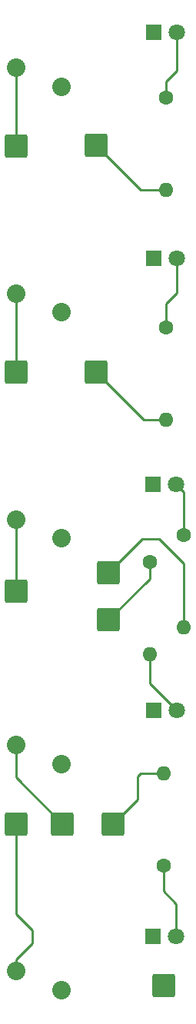
<source format=gtl>
%TF.GenerationSoftware,KiCad,Pcbnew,7.0.5*%
%TF.CreationDate,2023-11-24T16:41:21-05:00*%
%TF.ProjectId,Guitar_Hero_PCBs,47756974-6172-45f4-9865-726f5f504342,rev?*%
%TF.SameCoordinates,Original*%
%TF.FileFunction,Copper,L1,Top*%
%TF.FilePolarity,Positive*%
%FSLAX46Y46*%
G04 Gerber Fmt 4.6, Leading zero omitted, Abs format (unit mm)*
G04 Created by KiCad (PCBNEW 7.0.5) date 2023-11-24 16:41:21*
%MOMM*%
%LPD*%
G01*
G04 APERTURE LIST*
G04 Aperture macros list*
%AMRoundRect*
0 Rectangle with rounded corners*
0 $1 Rounding radius*
0 $2 $3 $4 $5 $6 $7 $8 $9 X,Y pos of 4 corners*
0 Add a 4 corners polygon primitive as box body*
4,1,4,$2,$3,$4,$5,$6,$7,$8,$9,$2,$3,0*
0 Add four circle primitives for the rounded corners*
1,1,$1+$1,$2,$3*
1,1,$1+$1,$4,$5*
1,1,$1+$1,$6,$7*
1,1,$1+$1,$8,$9*
0 Add four rect primitives between the rounded corners*
20,1,$1+$1,$2,$3,$4,$5,0*
20,1,$1+$1,$4,$5,$6,$7,0*
20,1,$1+$1,$6,$7,$8,$9,0*
20,1,$1+$1,$8,$9,$2,$3,0*%
G04 Aperture macros list end*
%TA.AperFunction,ComponentPad*%
%ADD10RoundRect,0.249999X-1.025001X-1.025001X1.025001X-1.025001X1.025001X1.025001X-1.025001X1.025001X0*%
%TD*%
%TA.AperFunction,ComponentPad*%
%ADD11C,1.600000*%
%TD*%
%TA.AperFunction,ComponentPad*%
%ADD12O,1.600000X1.600000*%
%TD*%
%TA.AperFunction,ComponentPad*%
%ADD13C,2.032000*%
%TD*%
%TA.AperFunction,ComponentPad*%
%ADD14R,1.800000X1.800000*%
%TD*%
%TA.AperFunction,ComponentPad*%
%ADD15C,1.800000*%
%TD*%
%TA.AperFunction,Conductor*%
%ADD16C,0.254000*%
%TD*%
%TA.AperFunction,Conductor*%
%ADD17C,0.250000*%
%TD*%
G04 APERTURE END LIST*
D10*
%TO.P,J1,1,Pin_1*%
%TO.N,N/C*%
X116255800Y-55499000D03*
%TD*%
D11*
%TO.P,R5,1*%
%TO.N,N/C*%
X123723400Y-134823200D03*
D12*
%TO.P,R5,2*%
X123723400Y-124663200D03*
%TD*%
D10*
%TO.P,J9,1,Pin_1*%
%TO.N,N/C*%
X112572800Y-130200527D03*
%TD*%
D11*
%TO.P,R2,1*%
%TO.N,N/C*%
X123968764Y-75514200D03*
D12*
%TO.P,R2,2*%
X123968764Y-85674200D03*
%TD*%
D13*
%TO.P,SW4,1,A*%
%TO.N,N/C*%
X112484800Y-123654527D03*
%TO.P,SW4,2,B*%
X107484800Y-121554527D03*
%TD*%
D10*
%TO.P,J2,1,Pin_1*%
%TO.N,N/C*%
X116281200Y-80416400D03*
%TD*%
%TO.P,J10,1,Pin_1*%
%TO.N,N/C*%
X107492800Y-104546527D03*
%TD*%
D13*
%TO.P,SW3,1,A*%
%TO.N,N/C*%
X112484800Y-98771527D03*
%TO.P,SW3,2,B*%
X107484800Y-96671527D03*
%TD*%
D10*
%TO.P,J8,1,Pin_1*%
%TO.N,N/C*%
X107492800Y-130200527D03*
%TD*%
%TO.P,J11,1,Pin_1*%
%TO.N,N/C*%
X107492800Y-80416527D03*
%TD*%
D14*
%TO.P,D2,1,K*%
%TO.N,N/C*%
X122597164Y-67945000D03*
D15*
%TO.P,D2,2,A*%
X125137164Y-67945000D03*
%TD*%
D13*
%TO.P,SW2,1,A*%
%TO.N,N/C*%
X112484800Y-73879527D03*
%TO.P,SW2,2,B*%
X107484800Y-71779527D03*
%TD*%
D11*
%TO.P,R4,1*%
%TO.N,N/C*%
X122174000Y-101396800D03*
D12*
%TO.P,R4,2*%
X122174000Y-111556800D03*
%TD*%
D14*
%TO.P,D4,1,K*%
%TO.N,N/C*%
X122597164Y-117729000D03*
D15*
%TO.P,D4,2,A*%
X125137164Y-117729000D03*
%TD*%
D10*
%TO.P,J12,1,Pin_1*%
%TO.N,N/C*%
X107492800Y-55524527D03*
%TD*%
D13*
%TO.P,SW1,1,A*%
%TO.N,N/C*%
X112445800Y-49047527D03*
%TO.P,SW1,2,B*%
X107445800Y-46947527D03*
%TD*%
D10*
%TO.P,J5,1,Pin_1*%
%TO.N,N/C*%
X118135400Y-130276600D03*
%TD*%
%TO.P,J3,1,Pin_1*%
%TO.N,N/C*%
X117627400Y-102565200D03*
%TD*%
D13*
%TO.P,SW5,1,A*%
%TO.N,N/C*%
X112484800Y-148546527D03*
%TO.P,SW5,2,B*%
X107484800Y-146446527D03*
%TD*%
D14*
%TO.P,D3,1,K*%
%TO.N,N/C*%
X122592164Y-92837000D03*
D15*
%TO.P,D3,2,A*%
X125132164Y-92837000D03*
%TD*%
D11*
%TO.P,R3,1*%
%TO.N,N/C*%
X125958600Y-98374200D03*
D12*
%TO.P,R3,2*%
X125958600Y-108534200D03*
%TD*%
D14*
%TO.P,D1,1,K*%
%TO.N,N/C*%
X122597164Y-43053000D03*
D15*
%TO.P,D1,2,A*%
X125137164Y-43053000D03*
%TD*%
D10*
%TO.P,J7,1,Pin_1*%
%TO.N,N/C*%
X123774200Y-148056600D03*
%TD*%
%TO.P,J4,1,Pin_1*%
%TO.N,N/C*%
X117678200Y-107721400D03*
%TD*%
D14*
%TO.P,D5,1,K*%
%TO.N,N/C*%
X122592164Y-142621000D03*
D15*
%TO.P,D5,2,A*%
X125132164Y-142621000D03*
%TD*%
D11*
%TO.P,R1,1*%
%TO.N,N/C*%
X123968764Y-50266600D03*
D12*
%TO.P,R1,2*%
X123968764Y-60426600D03*
%TD*%
D16*
%TO.N,*%
X107492800Y-130200527D02*
X107492800Y-140182727D01*
D17*
X118135400Y-130276600D02*
X120878600Y-127533400D01*
X125958600Y-93663436D02*
X125132164Y-92837000D01*
X122174000Y-111556800D02*
X122174000Y-114765836D01*
X122174000Y-114765836D02*
X125137164Y-117729000D01*
X122174000Y-103225600D02*
X122174000Y-101396800D01*
D16*
X107484800Y-71779527D02*
X107484800Y-80408527D01*
X107484800Y-96671527D02*
X107484800Y-104538527D01*
D17*
X117678200Y-107721400D02*
X122174000Y-103225600D01*
X125137164Y-47252636D02*
X125137164Y-43053000D01*
X125132164Y-139051364D02*
X125132164Y-142621000D01*
X121183400Y-60426600D02*
X123968764Y-60426600D01*
D16*
X107484800Y-104538527D02*
X107492800Y-104546527D01*
D17*
X123723400Y-134823200D02*
X123723400Y-137642600D01*
D16*
X109245400Y-143383127D02*
X107484800Y-145143727D01*
D17*
X125958600Y-98374200D02*
X125958600Y-93663436D01*
X123723400Y-137642600D02*
X125132164Y-139051364D01*
D16*
X107484800Y-145143727D02*
X107484800Y-146446527D01*
X109245400Y-141935327D02*
X109245400Y-143383127D01*
D17*
X121208800Y-124663200D02*
X123723400Y-124663200D01*
X121386600Y-98806000D02*
X123266200Y-98806000D01*
X125137164Y-71712836D02*
X125137164Y-67945000D01*
X116281200Y-80416400D02*
X121539000Y-85674200D01*
D16*
X107492800Y-140182727D02*
X109245400Y-141935327D01*
D17*
X125958600Y-101498400D02*
X125958600Y-108534200D01*
X123968764Y-72881236D02*
X125137164Y-71712836D01*
D16*
X107484800Y-121554527D02*
X107484800Y-125112527D01*
D17*
X123968764Y-50266600D02*
X123968764Y-48421036D01*
X117627400Y-102565200D02*
X121386600Y-98806000D01*
X123266200Y-98806000D02*
X125958600Y-101498400D01*
X123968764Y-48421036D02*
X125137164Y-47252636D01*
D16*
X107484800Y-80408527D02*
X107492800Y-80416527D01*
X107445800Y-46947527D02*
X107445800Y-55477527D01*
D17*
X120878600Y-124993400D02*
X121208800Y-124663200D01*
X123968764Y-75514200D02*
X123968764Y-72881236D01*
X121539000Y-85674200D02*
X123968764Y-85674200D01*
D16*
X107484800Y-125112527D02*
X112572800Y-130200527D01*
X107445800Y-55477527D02*
X107492800Y-55524527D01*
D17*
X120878600Y-127533400D02*
X120878600Y-124993400D01*
X116255800Y-55499000D02*
X121183400Y-60426600D01*
%TD*%
M02*

</source>
